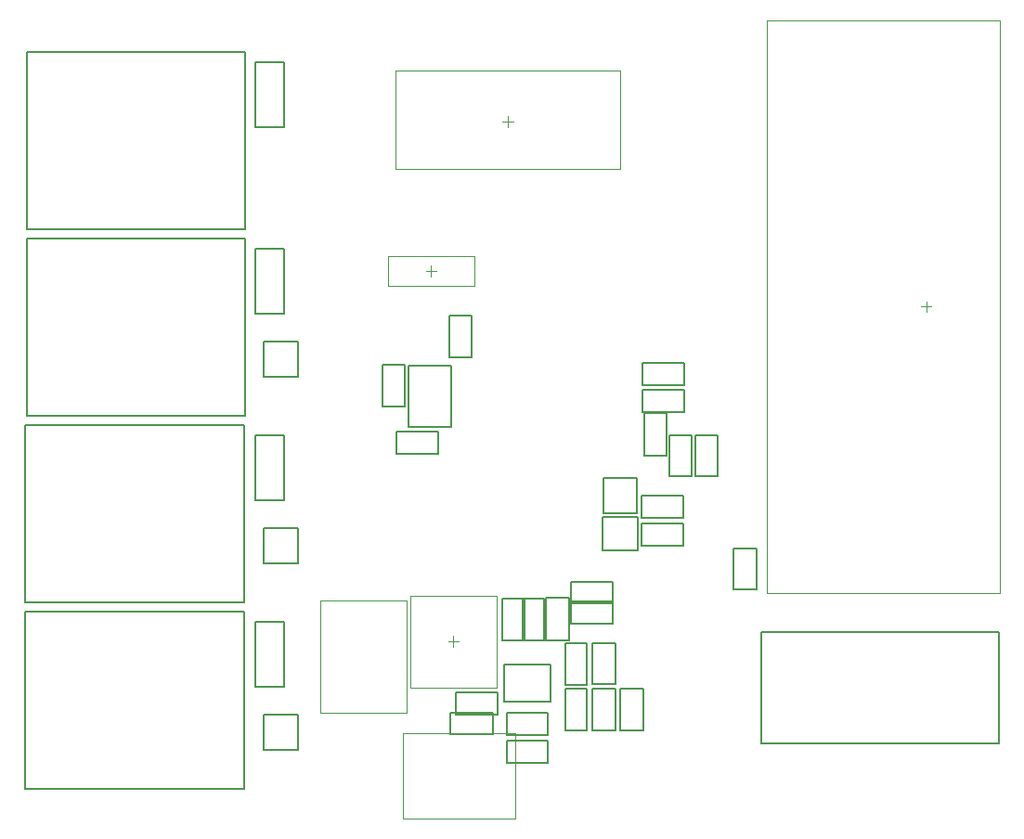
<source format=gbr>
%TF.GenerationSoftware,Altium Limited,Altium Designer,25.3.3 (18)*%
G04 Layer_Color=32768*
%FSLAX45Y45*%
%MOMM*%
%TF.SameCoordinates,ACD2DE35-000D-4175-8758-006393140AE5*%
%TF.FilePolarity,Positive*%
%TF.FileFunction,Other,Top_Courtyard*%
%TF.Part,Single*%
G01*
G75*
%TA.AperFunction,NonConductor*%
%ADD53C,0.20000*%
%ADD58C,0.10000*%
%ADD77C,0.05000*%
D53*
X13165311Y4500000D02*
Y4700000D01*
X12774690D02*
X13165311D01*
X12774690Y4500000D02*
Y4700000D01*
Y4500000D02*
X13165311D01*
X13630605Y5359393D02*
Y5740607D01*
X13429396Y5359393D02*
X13630605D01*
X13429396D02*
Y5740607D01*
X13630605D01*
X13647089Y5742911D02*
X13852911D01*
X13647089Y5357089D02*
Y5742911D01*
Y5357089D02*
X13852911D01*
Y5742911D01*
X13450604Y5359393D02*
Y5740607D01*
X13249396Y5359393D02*
X13450604D01*
X13249396D02*
Y5740607D01*
X13450604D01*
X13869809Y5892819D02*
X14251022D01*
Y5691606D02*
Y5892819D01*
X13869809Y5691606D02*
X14251022D01*
X13869809D02*
Y5892819D01*
X13261951Y4795698D02*
Y5135702D01*
Y4795698D02*
X13687450D01*
Y5135702D01*
X13261951D02*
X13687450D01*
X13869392Y5509393D02*
Y5710607D01*
Y5509393D02*
X14250607D01*
Y5710607D01*
X13869392D02*
X14250607D01*
X11071799Y7764800D02*
X11381801D01*
X11071799D02*
Y8084800D01*
X11381801D01*
Y7764800D02*
Y8084800D01*
X14528693Y7443196D02*
Y7644404D01*
Y7443196D02*
X14909908D01*
Y7644404D01*
X14528693D02*
X14909908D01*
X15006894Y7228291D02*
X15213106D01*
X15006894Y6851708D02*
Y7228291D01*
Y6851708D02*
X15213106D01*
Y7228291D01*
X14766895Y7229831D02*
X14973106D01*
X14766895Y6853248D02*
Y7229831D01*
Y6853248D02*
X14973106D01*
Y7229831D01*
X15356894Y6198291D02*
X15563107D01*
X15356894Y5821708D02*
Y6198291D01*
Y5821708D02*
X15563107D01*
Y6198291D01*
X14518311Y6427709D02*
X14894890D01*
Y6221491D02*
Y6427709D01*
X14518311Y6221491D02*
X14894890D01*
X14518311D02*
Y6427709D01*
X14160001Y6485000D02*
X14480000D01*
X14160001Y6175000D02*
Y6485000D01*
Y6175000D02*
X14480000D01*
Y6485000D01*
X8898301Y5705099D02*
Y7325101D01*
Y5705099D02*
X10888299D01*
Y7325101D01*
X8898301D02*
X10888299D01*
X8911001Y9108699D02*
Y10728701D01*
Y9108699D02*
X10900999D01*
Y10728701D01*
X8911001D02*
X10900999D01*
X11381801Y4361200D02*
Y4681200D01*
X11071799D02*
X11381801D01*
X11071799Y4361200D02*
Y4681200D01*
Y4361200D02*
X11381801D01*
Y6063000D02*
Y6383000D01*
X11071799D02*
X11381801D01*
X11071799Y6063000D02*
Y6383000D01*
Y6063000D02*
X11381801D01*
X8898301Y5623301D02*
X10888299D01*
Y4003299D02*
Y5623301D01*
X8898301Y4003299D02*
X10888299D01*
X8898301D02*
Y5623301D01*
X8911001Y9026901D02*
X10900999D01*
Y7406899D02*
Y9026901D01*
X8911001Y7406899D02*
X10900999D01*
X8911001D02*
Y9026901D01*
X10997702Y5530312D02*
X11252698D01*
X10997702Y4934488D02*
Y5530312D01*
Y4934488D02*
X11252698D01*
Y5530312D01*
X10997702Y7232112D02*
X11252698D01*
X10997702Y6636288D02*
Y7232112D01*
Y6636288D02*
X11252698D01*
Y7232112D01*
X10997702Y8933912D02*
X11252698D01*
X10997702Y8338088D02*
Y8933912D01*
Y8338088D02*
X11252698D01*
Y8933912D01*
X10997702Y10635712D02*
X11252698D01*
X10997702Y10039888D02*
Y10635712D01*
Y10039888D02*
X11252698D01*
Y10635712D01*
X14894890Y6475491D02*
Y6681709D01*
X14518311D02*
X14894890D01*
X14518311Y6475491D02*
Y6681709D01*
Y6475491D02*
X14894890D01*
X14164999Y6520000D02*
X14475002D01*
X14164999D02*
Y6840000D01*
X14475002D01*
Y6520000D02*
Y6840000D01*
X12390699Y7301901D02*
X12780701D01*
Y7861899D01*
X12390699D02*
X12780701D01*
X12390699Y7301901D02*
Y7861899D01*
X14748409Y7038289D02*
Y7428911D01*
X14537791Y7038289D02*
X14748409D01*
X14537791D02*
Y7428911D01*
X14748409D01*
X14070091Y4536110D02*
X14276309D01*
Y4912690D01*
X14070091D02*
X14276309D01*
X14070091Y4536110D02*
Y4912690D01*
X15609302Y4414200D02*
Y5429199D01*
X17776801D01*
Y4414200D02*
Y5429199D01*
X15609302Y4414200D02*
X17776801D01*
X14070091Y4955210D02*
Y5331790D01*
X14276309D01*
Y4955210D02*
Y5331790D01*
X14070091Y4955210D02*
X14276309D01*
X13818596Y4952893D02*
Y5334107D01*
X14019804D01*
Y4952893D02*
Y5334107D01*
X13818596Y4952893D02*
X14019804D01*
X14528693Y7684496D02*
Y7885704D01*
Y7684496D02*
X14909908D01*
Y7885704D01*
X14528693D02*
X14909908D01*
X12280793Y7062196D02*
Y7263404D01*
Y7062196D02*
X12662007D01*
Y7263404D01*
X12280793D02*
X12662007D01*
X12154896Y7492893D02*
X12356104D01*
Y7874107D01*
X12154896D02*
X12356104D01*
X12154896Y7492893D02*
Y7874107D01*
X12819392Y4679396D02*
X13200607D01*
X12819392D02*
Y4880604D01*
X13200607D01*
Y4679396D02*
Y4880604D01*
X13286411Y4700509D02*
X13662990D01*
Y4494291D02*
Y4700509D01*
X13286411Y4494291D02*
X13662990D01*
X13286411D02*
Y4700509D01*
X12761991Y7939710D02*
X12968208D01*
Y8316290D01*
X12761991D02*
X12968208D01*
X12761991Y7939710D02*
Y8316290D01*
X13286411Y4240291D02*
X13662990D01*
X13286411D02*
Y4446509D01*
X13662990D01*
Y4240291D02*
Y4446509D01*
X13818596Y4533793D02*
Y4915007D01*
X14019804D01*
Y4533793D02*
Y4915007D01*
X13818596Y4533793D02*
X14019804D01*
X14530309Y4536110D02*
Y4912690D01*
X14324091Y4536110D02*
X14530309D01*
X14324091D02*
Y4912690D01*
X14530309D01*
D58*
X13249998Y10087000D02*
X13349997D01*
X13300000Y10036997D02*
Y10136997D01*
X12548403Y8724900D02*
X12648402D01*
X12598400Y8674903D02*
Y8774902D01*
D77*
X13362500Y3730000D02*
Y4510000D01*
X12337500D02*
X13362500D01*
X12337500Y3730000D02*
Y4510000D01*
Y3730000D02*
X13362500D01*
X12370000Y4697500D02*
Y5722500D01*
X11590000Y4697500D02*
X12370000D01*
X11590000D02*
Y5722500D01*
X12370000D01*
X12274998Y9656998D02*
Y10555000D01*
X14325002D01*
X12274998Y9656998D02*
X14325002D01*
Y10555000D01*
X15656499Y5786501D02*
X17783998D01*
Y11016498D01*
X15656499D02*
X17783998D01*
X15656499Y5786501D02*
Y11016498D01*
X17061501Y8401497D02*
X17161501D01*
X17111502Y8351500D02*
Y8451499D01*
X12207403Y8859398D02*
X12989403D01*
X12207403Y8590402D02*
Y8859398D01*
X12989403Y8590402D02*
Y8859398D01*
X12207403Y8590402D02*
X12989403D01*
X12406600Y4926701D02*
Y5766699D01*
Y4926701D02*
X13196600D01*
Y5766699D01*
X12406600D02*
X13196600D01*
X12801601Y5296703D02*
Y5396702D01*
X12751603Y5346700D02*
X12851602D01*
%TF.MD5,cca74d116aa1ad1d576e8e5eae1d5195*%
M02*

</source>
